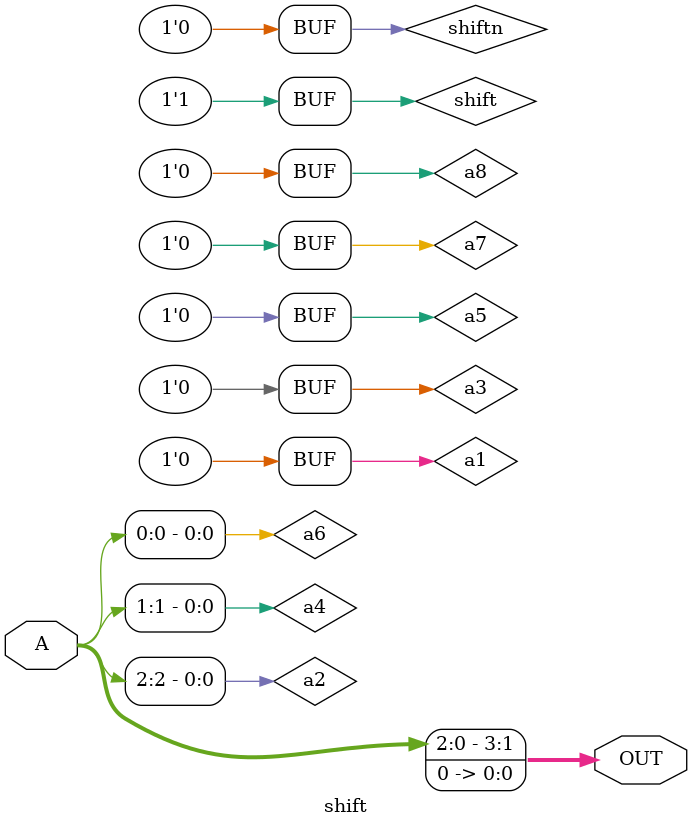
<source format=v>
module shift(A,OUT);

input [3:0] A;
output [3:0] OUT;

wire shift;
wire shiftn;
assign shift=1'b1;
not(shiftn,shift);

wire a1,a2,a3,a4,a5,a6,a7,a8;


and(a1,shiftn,A[3]);
and(a2,shift,A[2]);

and(a3,shiftn,A[2]);
and(a4,shift,A[1]);

and(a5,shiftn,A[1]);
and(a6,shift,A[0]);

and(a7,shiftn,A[0]);
and(a8,1'b0,shift);

or(OUT[3],a1,a2);
or(OUT[2],a3,a4);
or(OUT[1],a5,a6);
or(OUT[0],a7,a8);

endmodule
</source>
